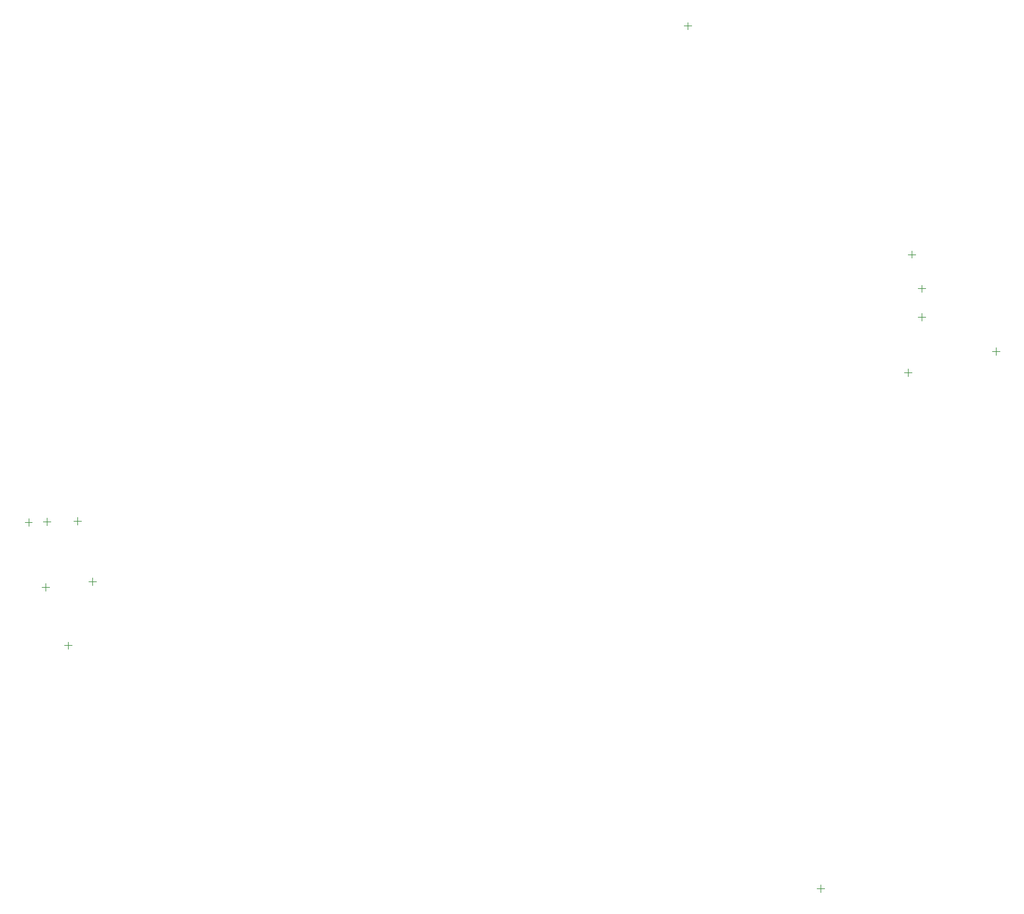
<source format=gbr>
%TF.GenerationSoftware,Altium Limited,Altium Designer,23.6.0 (18)*%
G04 Layer_Color=32896*
%FSLAX45Y45*%
%MOMM*%
%TF.SameCoordinates,8B2A78E3-6762-467B-82E4-ABAB87B9FA14*%
%TF.FilePolarity,Positive*%
%TF.FileFunction,Other,Bottom_Component_Center*%
%TF.Part,Single*%
G01*
G75*
%TA.AperFunction,NonConductor*%
%ADD114C,0.10000*%
D114*
X8160000Y3310000D02*
Y3410000D01*
X8110000Y3360000D02*
X8210000D01*
X-1920000Y8292500D02*
Y8392500D01*
X-1970000Y8342500D02*
X-1870000D01*
X6307500Y15062500D02*
X6407500D01*
X6357500Y15012500D02*
Y15112500D01*
X9295000Y10360000D02*
X9395000D01*
X9345000Y10310000D02*
Y10410000D01*
X-2405000Y7447500D02*
X-2305000D01*
X-2355000Y7397500D02*
Y7497500D01*
X9487500Y11497500D02*
X9587500D01*
X9537500Y11447500D02*
Y11547500D01*
X9482500Y11112500D02*
X9582500D01*
X9532500Y11062500D02*
Y11162500D01*
X-1720000Y7472500D02*
Y7572500D01*
X-1770000Y7522500D02*
X-1670000D01*
X10540000Y10597500D02*
Y10697500D01*
X10490000Y10647500D02*
X10590000D01*
X9400000Y11912500D02*
Y12012500D01*
X9350000Y11962500D02*
X9450000D01*
X-2050000Y6605000D02*
Y6705000D01*
X-2100000Y6655000D02*
X-2000000D01*
X-2385001Y8332500D02*
X-2285002D01*
X-2334999Y8282498D02*
Y8382498D01*
X-2634998Y8330001D02*
X-2534998D01*
X-2585001Y8279998D02*
Y8379998D01*
%TF.MD5,8a05eda673fbc0772bf2a2adbdd4b577*%
M02*

</source>
